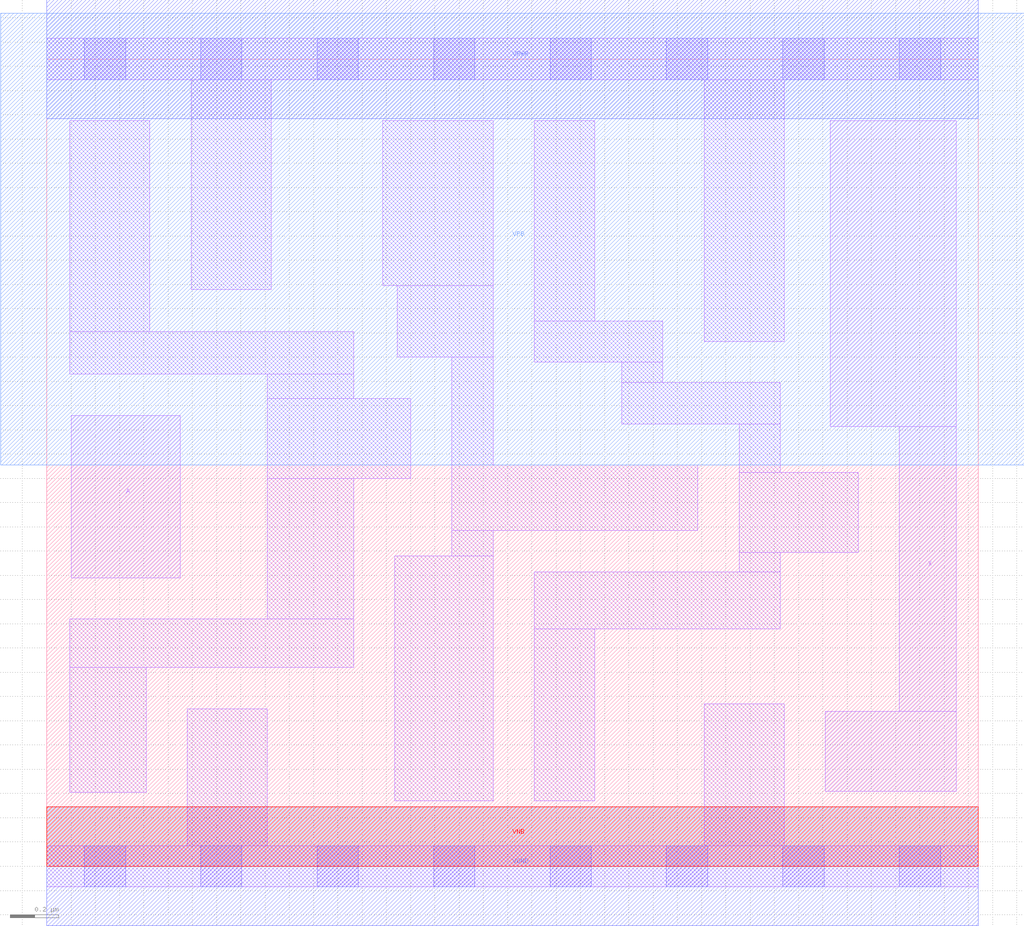
<source format=lef>
# Copyright 2020 The SkyWater PDK Authors
#
# Licensed under the Apache License, Version 2.0 (the "License");
# you may not use this file except in compliance with the License.
# You may obtain a copy of the License at
#
#     https://www.apache.org/licenses/LICENSE-2.0
#
# Unless required by applicable law or agreed to in writing, software
# distributed under the License is distributed on an "AS IS" BASIS,
# WITHOUT WARRANTIES OR CONDITIONS OF ANY KIND, either express or implied.
# See the License for the specific language governing permissions and
# limitations under the License.
#
# SPDX-License-Identifier: Apache-2.0

VERSION 5.7 ;
  NOWIREEXTENSIONATPIN ON ;
  DIVIDERCHAR "/" ;
  BUSBITCHARS "[]" ;
MACRO sky130_fd_sc_lp__clkdlybuf4s50_1
  CLASS CORE ;
  FOREIGN sky130_fd_sc_lp__clkdlybuf4s50_1 ;
  ORIGIN  0.000000  0.000000 ;
  SIZE  3.840000 BY  3.330000 ;
  SYMMETRY X Y R90 ;
  SITE unit ;
  PIN A
    ANTENNAGATEAREA  0.252000 ;
    DIRECTION INPUT ;
    USE SIGNAL ;
    PORT
      LAYER li1 ;
        RECT 0.100000 1.190000 0.550000 1.860000 ;
    END
  END A
  PIN X
    ANTENNADIFFAREA  0.445200 ;
    DIRECTION OUTPUT ;
    USE SIGNAL ;
    PORT
      LAYER li1 ;
        RECT 3.210000 0.310000 3.750000 0.640000 ;
        RECT 3.230000 1.815000 3.750000 3.075000 ;
        RECT 3.515000 0.640000 3.750000 1.815000 ;
    END
  END X
  PIN VGND
    DIRECTION INOUT ;
    USE GROUND ;
    PORT
      LAYER met1 ;
        RECT 0.000000 -0.245000 3.840000 0.245000 ;
    END
  END VGND
  PIN VNB
    DIRECTION INOUT ;
    USE GROUND ;
    PORT
      LAYER pwell ;
        RECT 0.000000 0.000000 3.840000 0.245000 ;
    END
  END VNB
  PIN VPB
    DIRECTION INOUT ;
    USE POWER ;
    PORT
      LAYER nwell ;
        RECT -0.190000 1.655000 4.030000 3.520000 ;
    END
  END VPB
  PIN VPWR
    DIRECTION INOUT ;
    USE POWER ;
    PORT
      LAYER met1 ;
        RECT 0.000000 3.085000 3.840000 3.575000 ;
    END
  END VPWR
  OBS
    LAYER li1 ;
      RECT 0.000000 -0.085000 3.840000 0.085000 ;
      RECT 0.000000  3.245000 3.840000 3.415000 ;
      RECT 0.095000  0.305000 0.410000 0.820000 ;
      RECT 0.095000  0.820000 1.265000 1.020000 ;
      RECT 0.095000  2.030000 1.265000 2.205000 ;
      RECT 0.095000  2.205000 0.425000 3.075000 ;
      RECT 0.580000  0.085000 0.910000 0.650000 ;
      RECT 0.595000  2.380000 0.925000 3.245000 ;
      RECT 0.910000  1.020000 1.265000 1.600000 ;
      RECT 0.910000  1.600000 1.500000 1.930000 ;
      RECT 0.910000  1.930000 1.265000 2.030000 ;
      RECT 1.385000  2.395000 1.840000 3.075000 ;
      RECT 1.435000  0.270000 1.840000 1.280000 ;
      RECT 1.445000  2.100000 1.840000 2.395000 ;
      RECT 1.670000  1.280000 1.840000 1.385000 ;
      RECT 1.670000  1.385000 2.685000 1.655000 ;
      RECT 1.670000  1.655000 1.840000 2.100000 ;
      RECT 2.010000  0.270000 2.260000 0.980000 ;
      RECT 2.010000  0.980000 3.025000 1.215000 ;
      RECT 2.010000  2.080000 2.540000 2.250000 ;
      RECT 2.010000  2.250000 2.260000 3.075000 ;
      RECT 2.370000  1.825000 3.025000 1.995000 ;
      RECT 2.370000  1.995000 2.540000 2.080000 ;
      RECT 2.710000  0.085000 3.040000 0.670000 ;
      RECT 2.710000  2.165000 3.040000 3.245000 ;
      RECT 2.855000  1.215000 3.025000 1.295000 ;
      RECT 2.855000  1.295000 3.345000 1.625000 ;
      RECT 2.855000  1.625000 3.025000 1.825000 ;
    LAYER mcon ;
      RECT 0.155000 -0.085000 0.325000 0.085000 ;
      RECT 0.155000  3.245000 0.325000 3.415000 ;
      RECT 0.635000 -0.085000 0.805000 0.085000 ;
      RECT 0.635000  3.245000 0.805000 3.415000 ;
      RECT 1.115000 -0.085000 1.285000 0.085000 ;
      RECT 1.115000  3.245000 1.285000 3.415000 ;
      RECT 1.595000 -0.085000 1.765000 0.085000 ;
      RECT 1.595000  3.245000 1.765000 3.415000 ;
      RECT 2.075000 -0.085000 2.245000 0.085000 ;
      RECT 2.075000  3.245000 2.245000 3.415000 ;
      RECT 2.555000 -0.085000 2.725000 0.085000 ;
      RECT 2.555000  3.245000 2.725000 3.415000 ;
      RECT 3.035000 -0.085000 3.205000 0.085000 ;
      RECT 3.035000  3.245000 3.205000 3.415000 ;
      RECT 3.515000 -0.085000 3.685000 0.085000 ;
      RECT 3.515000  3.245000 3.685000 3.415000 ;
  END
END sky130_fd_sc_lp__clkdlybuf4s50_1
END LIBRARY

</source>
